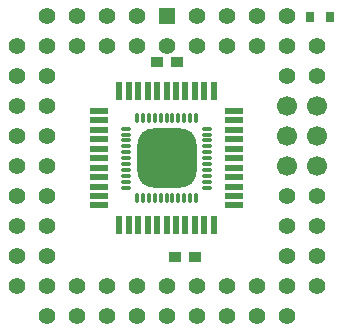
<source format=gbr>
%TF.GenerationSoftware,KiCad,Pcbnew,(6.0.4)*%
%TF.CreationDate,2022-07-16T18:09:19+02:00*%
%TF.ProjectId,AirlabMuxAtmel,4169726c-6162-44d7-9578-41746d656c2e,rev?*%
%TF.SameCoordinates,Original*%
%TF.FileFunction,Soldermask,Top*%
%TF.FilePolarity,Negative*%
%FSLAX46Y46*%
G04 Gerber Fmt 4.6, Leading zero omitted, Abs format (unit mm)*
G04 Created by KiCad (PCBNEW (6.0.4)) date 2022-07-16 18:09:19*
%MOMM*%
%LPD*%
G01*
G04 APERTURE LIST*
G04 Aperture macros list*
%AMRoundRect*
0 Rectangle with rounded corners*
0 $1 Rounding radius*
0 $2 $3 $4 $5 $6 $7 $8 $9 X,Y pos of 4 corners*
0 Add a 4 corners polygon primitive as box body*
4,1,4,$2,$3,$4,$5,$6,$7,$8,$9,$2,$3,0*
0 Add four circle primitives for the rounded corners*
1,1,$1+$1,$2,$3*
1,1,$1+$1,$4,$5*
1,1,$1+$1,$6,$7*
1,1,$1+$1,$8,$9*
0 Add four rect primitives between the rounded corners*
20,1,$1+$1,$2,$3,$4,$5,0*
20,1,$1+$1,$4,$5,$6,$7,0*
20,1,$1+$1,$6,$7,$8,$9,0*
20,1,$1+$1,$8,$9,$2,$3,0*%
G04 Aperture macros list end*
%ADD10R,0.800000X0.950000*%
%ADD11R,1.500000X0.550000*%
%ADD12R,0.550000X1.500000*%
%ADD13R,1.000000X0.900000*%
%ADD14O,0.950000X0.300000*%
%ADD15O,0.300000X0.950000*%
%ADD16RoundRect,1.350000X-1.150000X-1.150000X1.150000X-1.150000X1.150000X1.150000X-1.150000X1.150000X0*%
%ADD17C,1.700000*%
%ADD18R,1.422400X1.422400*%
%ADD19C,1.422400*%
G04 APERTURE END LIST*
D10*
%TO.C,R1*%
X111594000Y-54102000D03*
X109894000Y-54102000D03*
%TD*%
D11*
%TO.C,IC1*%
X92090000Y-62040000D03*
X92090000Y-62840000D03*
X92090000Y-63640000D03*
X92090000Y-64440000D03*
X92090000Y-65240000D03*
X92090000Y-66040000D03*
X92090000Y-66840000D03*
X92090000Y-67640000D03*
X92090000Y-68440000D03*
X92090000Y-69240000D03*
X92090000Y-70040000D03*
D12*
X93790000Y-71740000D03*
X94590000Y-71740000D03*
X95390000Y-71740000D03*
X96190000Y-71740000D03*
X96990000Y-71740000D03*
X97790000Y-71740000D03*
X98590000Y-71740000D03*
X99390000Y-71740000D03*
X100190000Y-71740000D03*
X100990000Y-71740000D03*
X101790000Y-71740000D03*
D11*
X103490000Y-70040000D03*
X103490000Y-69240000D03*
X103490000Y-68440000D03*
X103490000Y-67640000D03*
X103490000Y-66840000D03*
X103490000Y-66040000D03*
X103490000Y-65240000D03*
X103490000Y-64440000D03*
X103490000Y-63640000D03*
X103490000Y-62840000D03*
X103490000Y-62040000D03*
D12*
X101790000Y-60340000D03*
X100990000Y-60340000D03*
X100190000Y-60340000D03*
X99390000Y-60340000D03*
X98590000Y-60340000D03*
X97790000Y-60340000D03*
X96990000Y-60340000D03*
X96190000Y-60340000D03*
X95390000Y-60340000D03*
X94590000Y-60340000D03*
X93790000Y-60340000D03*
%TD*%
D13*
%TO.C,C3*%
X96940000Y-57912000D03*
X98640000Y-57912000D03*
%TD*%
%TO.C,C2*%
X100164000Y-74422000D03*
X98464000Y-74422000D03*
%TD*%
D14*
%TO.C,IC3*%
X94390000Y-63540000D03*
X94390000Y-64040000D03*
X94390000Y-64540000D03*
X94390000Y-65040000D03*
X94390000Y-65540000D03*
X94390000Y-66040000D03*
X94390000Y-66540000D03*
X94390000Y-67040000D03*
X94390000Y-67540000D03*
X94390000Y-68040000D03*
X94390000Y-68540000D03*
D15*
X95290000Y-69440000D03*
X95790000Y-69440000D03*
X96290000Y-69440000D03*
X96790000Y-69440000D03*
X97290000Y-69440000D03*
X97790000Y-69440000D03*
X98290000Y-69440000D03*
X98790000Y-69440000D03*
X99290000Y-69440000D03*
X99790000Y-69440000D03*
X100290000Y-69440000D03*
D14*
X101190000Y-68540000D03*
X101190000Y-68040000D03*
X101190000Y-67540000D03*
X101190000Y-67040000D03*
X101190000Y-66540000D03*
X101190000Y-66040000D03*
X101190000Y-65540000D03*
X101190000Y-65040000D03*
X101190000Y-64540000D03*
X101190000Y-64040000D03*
X101190000Y-63540000D03*
D15*
X100290000Y-62640000D03*
X99790000Y-62640000D03*
X99290000Y-62640000D03*
X98790000Y-62640000D03*
X98290000Y-62640000D03*
X97790000Y-62640000D03*
X97290000Y-62640000D03*
X96790000Y-62640000D03*
X96290000Y-62640000D03*
X95790000Y-62640000D03*
X95290000Y-62640000D03*
D16*
X97790000Y-66040000D03*
%TD*%
D17*
%TO.C,P1*%
X107950000Y-61595000D03*
X110490000Y-61595000D03*
X107950000Y-64135000D03*
X110490000Y-64135000D03*
X107950000Y-66675000D03*
X110490000Y-66675000D03*
%TD*%
D18*
%TO.C,IC2*%
X97790000Y-53975000D03*
D19*
X97790000Y-56515000D03*
X95250000Y-53975000D03*
X95250000Y-56515000D03*
X92710000Y-53975000D03*
X92710000Y-56515000D03*
X90170000Y-53975000D03*
X90170000Y-56515000D03*
X87630000Y-53975000D03*
X85090000Y-56515000D03*
X87630000Y-56515000D03*
X85090000Y-59055000D03*
X87630000Y-59055000D03*
X85090000Y-61595000D03*
X87630000Y-61595000D03*
X85090000Y-64135000D03*
X87630000Y-64135000D03*
X85090000Y-66675000D03*
X87630000Y-66675000D03*
X85090000Y-69215000D03*
X87630000Y-69215000D03*
X85090000Y-71755000D03*
X87630000Y-71755000D03*
X85090000Y-74295000D03*
X87630000Y-74295000D03*
X85090000Y-76835000D03*
X87630000Y-79375000D03*
X87630000Y-76835000D03*
X90170000Y-79375000D03*
X90170000Y-76835000D03*
X92710000Y-79375000D03*
X92710000Y-76835000D03*
X95250000Y-79375000D03*
X95250000Y-76835000D03*
X97790000Y-79375000D03*
X97790000Y-76835000D03*
X100330000Y-79375000D03*
X100330000Y-76835000D03*
X102870000Y-79375000D03*
X102870000Y-76835000D03*
X105410000Y-79375000D03*
X105410000Y-76835000D03*
X107950000Y-79375000D03*
X110490000Y-76835000D03*
X107950000Y-76835000D03*
X110490000Y-74295000D03*
X107950000Y-74295000D03*
X110490000Y-71755000D03*
X107950000Y-71755000D03*
X110490000Y-69215000D03*
X107950000Y-69215000D03*
X110490000Y-59055000D03*
X107950000Y-59055000D03*
X110490000Y-56515000D03*
X107950000Y-53975000D03*
X107950000Y-56515000D03*
X105410000Y-53975000D03*
X105410000Y-56515000D03*
X102870000Y-53975000D03*
X102870000Y-56515000D03*
X100330000Y-53975000D03*
X100330000Y-56515000D03*
%TD*%
M02*

</source>
